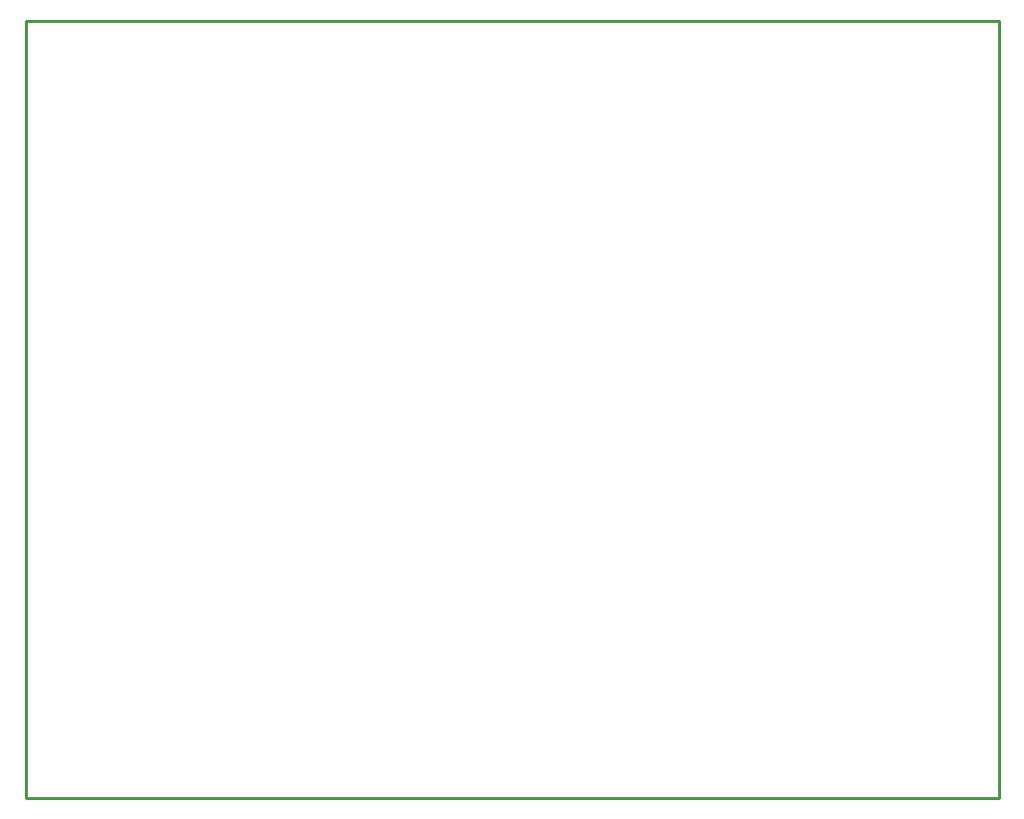
<source format=gbr>
G04 EAGLE Gerber X2 export*
%TF.Part,Single*%
%TF.FileFunction,Profile,NP*%
%TF.FilePolarity,Positive*%
%TF.GenerationSoftware,Autodesk,EAGLE,9.6.2*%
%TF.CreationDate,2020-09-29T14:17:57Z*%
G75*
%MOMM*%
%FSLAX34Y34*%
%LPD*%
%IN*%
%AMOC8*
5,1,8,0,0,1.08239X$1,22.5*%
G01*
%ADD10C,0.254000*%


D10*
X0Y0D02*
X826010Y0D01*
X826010Y660400D01*
X0Y660400D01*
X0Y0D01*
M02*

</source>
